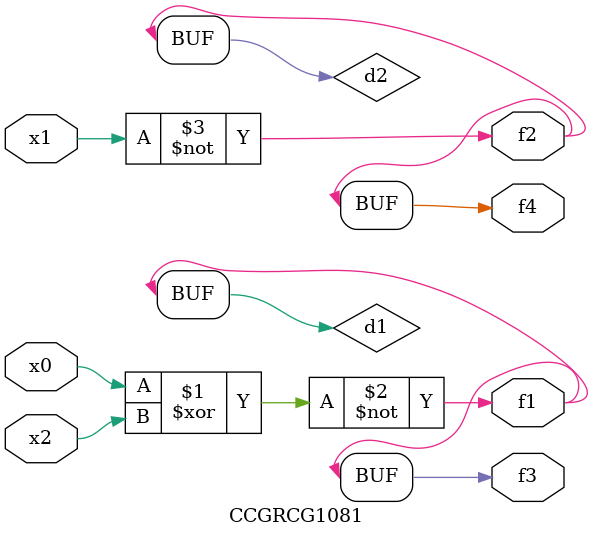
<source format=v>
module CCGRCG1081(
	input x0, x1, x2,
	output f1, f2, f3, f4
);

	wire d1, d2, d3;

	xnor (d1, x0, x2);
	nand (d2, x1);
	nor (d3, x1, x2);
	assign f1 = d1;
	assign f2 = d2;
	assign f3 = d1;
	assign f4 = d2;
endmodule

</source>
